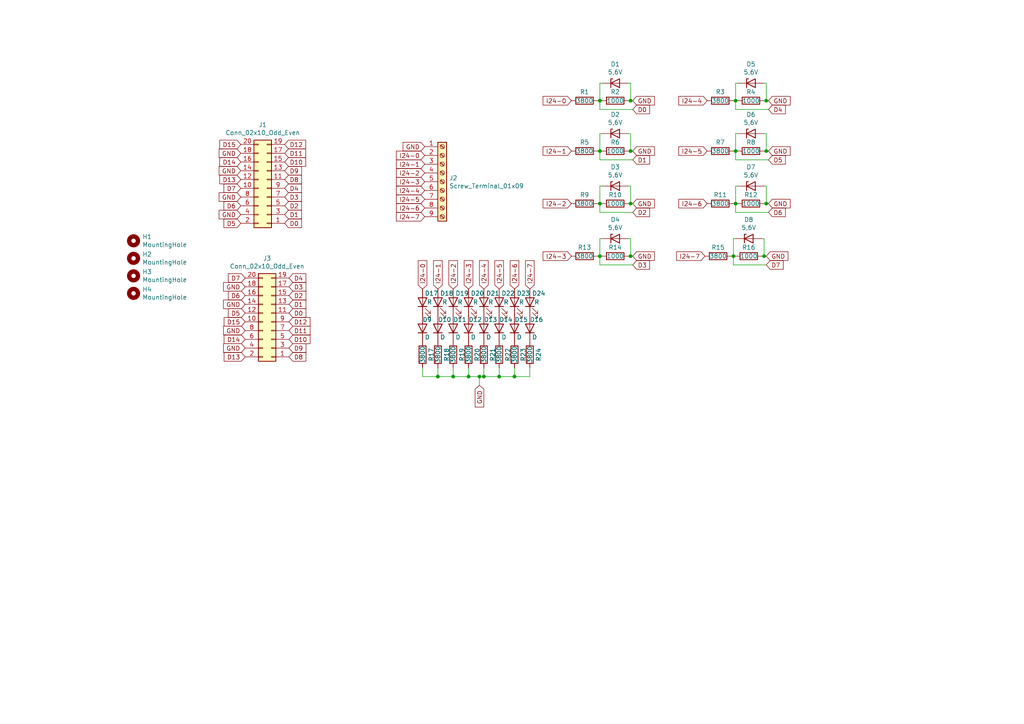
<source format=kicad_sch>
(kicad_sch (version 20211123) (generator eeschema)
  (paper "A4")
  (lib_symbols
    (symbol "Connector:Screw_Terminal_01x09" (pin_names (offset 1.016) hide)
      (property "Reference" "J" (at 0 12.7 0))
      (property "Value" "Screw_Terminal_01x09" (at 0 -12.7 0))
      (symbol "Screw_Terminal_01x09_1_1"
        (rectangle (start -1.27 11.43) (end 1.27 -11.43) (stroke (width 0.254)) (fill (type background)))
        (circle (center 0 -10.16) (radius 0.635) (stroke (width 0.1524)))
        (circle (center 0 -7.62) (radius 0.635) (stroke (width 0.1524)))
        (circle (center 0 -5.08) (radius 0.635) (stroke (width 0.1524)))
        (circle (center 0 -2.54) (radius 0.635) (stroke (width 0.1524)))
        (polyline (pts (xy -0.5334 -9.8298) (xy 0.3302 -10.668)) (stroke (width 0.1524)))
        (polyline (pts (xy -0.5334 -7.2898) (xy 0.3302 -8.128)) (stroke (width 0.1524)))
        (polyline (pts (xy -0.5334 -4.7498) (xy 0.3302 -5.588)) (stroke (width 0.1524)))
        (polyline (pts (xy -0.5334 -2.2098) (xy 0.3302 -3.048)) (stroke (width 0.1524)))
        (polyline (pts (xy -0.5334 0.3302) (xy 0.3302 -0.508)) (stroke (width 0.1524)))
        (polyline (pts (xy -0.5334 2.8702) (xy 0.3302 2.032)) (stroke (width 0.1524)))
        (polyline (pts (xy -0.5334 5.4102) (xy 0.3302 4.572)) (stroke (width 0.1524)))
        (polyline (pts (xy -0.5334 7.9502) (xy 0.3302 7.112)) (stroke (width 0.1524)))
        (polyline (pts (xy -0.5334 10.4902) (xy 0.3302 9.652)) (stroke (width 0.1524)))
        (polyline (pts (xy -0.3556 -9.652) (xy 0.508 -10.4902)) (stroke (width 0.1524)))
        (polyline (pts (xy -0.3556 -7.112) (xy 0.508 -7.9502)) (stroke (width 0.1524)))
        (polyline (pts (xy -0.3556 -4.572) (xy 0.508 -5.4102)) (stroke (width 0.1524)))
        (polyline (pts (xy -0.3556 -2.032) (xy 0.508 -2.8702)) (stroke (width 0.1524)))
        (polyline (pts (xy -0.3556 0.508) (xy 0.508 -0.3302)) (stroke (width 0.1524)))
        (polyline (pts (xy -0.3556 3.048) (xy 0.508 2.2098)) (stroke (width 0.1524)))
        (polyline (pts (xy -0.3556 5.588) (xy 0.508 4.7498)) (stroke (width 0.1524)))
        (polyline (pts (xy -0.3556 8.128) (xy 0.508 7.2898)) (stroke (width 0.1524)))
        (polyline (pts (xy -0.3556 10.668) (xy 0.508 9.8298)) (stroke (width 0.1524)))
        (circle (center 0 0) (radius 0.635) (stroke (width 0.1524)))
        (circle (center 0 2.54) (radius 0.635) (stroke (width 0.1524)))
        (circle (center 0 5.08) (radius 0.635) (stroke (width 0.1524)))
        (circle (center 0 7.62) (radius 0.635) (stroke (width 0.1524)))
        (circle (center 0 10.16) (radius 0.635) (stroke (width 0.1524)))
        (pin passive line (at -5.08 10.16 0) (length 3.81) (name "Pin_1") (number "1"))
        (pin passive line (at -5.08 7.62 0) (length 3.81) (name "Pin_2") (number "2"))
        (pin passive line (at -5.08 5.08 0) (length 3.81) (name "Pin_3") (number "3"))
        (pin passive line (at -5.08 2.54 0) (length 3.81) (name "Pin_4") (number "4"))
        (pin passive line (at -5.08 0 0) (length 3.81) (name "Pin_5") (number "5"))
        (pin passive line (at -5.08 -2.54 0) (length 3.81) (name "Pin_6") (number "6"))
        (pin passive line (at -5.08 -5.08 0) (length 3.81) (name "Pin_7") (number "7"))
        (pin passive line (at -5.08 -7.62 0) (length 3.81) (name "Pin_8") (number "8"))
        (pin passive line (at -5.08 -10.16 0) (length 3.81) (name "Pin_9") (number "9"))
      )
    )
    (symbol "Connector_Generic:Conn_02x10_Odd_Even" (pin_names (offset 1.016) hide)
      (property "Reference" "J" (at 1.27 12.7 0))
      (property "Value" "Conn_02x10_Odd_Even" (at 1.27 -15.24 0))
      (symbol "Conn_02x10_Odd_Even_1_1"
        (rectangle (start -1.27 -12.573) (end 0 -12.827) (stroke (width 0.1524)))
        (rectangle (start -1.27 -10.033) (end 0 -10.287) (stroke (width 0.1524)))
        (rectangle (start -1.27 -7.493) (end 0 -7.747) (stroke (width 0.1524)))
        (rectangle (start -1.27 -4.953) (end 0 -5.207) (stroke (width 0.1524)))
        (rectangle (start -1.27 -2.413) (end 0 -2.667) (stroke (width 0.1524)))
        (rectangle (start -1.27 0.127) (end 0 -0.127) (stroke (width 0.1524)))
        (rectangle (start -1.27 2.667) (end 0 2.413) (stroke (width 0.1524)))
        (rectangle (start -1.27 5.207) (end 0 4.953) (stroke (width 0.1524)))
        (rectangle (start -1.27 7.747) (end 0 7.493) (stroke (width 0.1524)))
        (rectangle (start -1.27 10.287) (end 0 10.033) (stroke (width 0.1524)))
        (rectangle (start -1.27 11.43) (end 3.81 -13.97) (stroke (width 0.254)) (fill (type background)))
        (rectangle (start 3.81 -12.573) (end 2.54 -12.827) (stroke (width 0.1524)))
        (rectangle (start 3.81 -10.033) (end 2.54 -10.287) (stroke (width 0.1524)))
        (rectangle (start 3.81 -7.493) (end 2.54 -7.747) (stroke (width 0.1524)))
        (rectangle (start 3.81 -4.953) (end 2.54 -5.207) (stroke (width 0.1524)))
        (rectangle (start 3.81 -2.413) (end 2.54 -2.667) (stroke (width 0.1524)))
        (rectangle (start 3.81 0.127) (end 2.54 -0.127) (stroke (width 0.1524)))
        (rectangle (start 3.81 2.667) (end 2.54 2.413) (stroke (width 0.1524)))
        (rectangle (start 3.81 5.207) (end 2.54 4.953) (stroke (width 0.1524)))
        (rectangle (start 3.81 7.747) (end 2.54 7.493) (stroke (width 0.1524)))
        (rectangle (start 3.81 10.287) (end 2.54 10.033) (stroke (width 0.1524)))
        (pin passive line (at -5.08 10.16 0) (length 3.81) (name "Pin_1") (number "1"))
        (pin passive line (at 7.62 0 180) (length 3.81) (name "Pin_10") (number "10"))
        (pin passive line (at -5.08 -2.54 0) (length 3.81) (name "Pin_11") (number "11"))
        (pin passive line (at 7.62 -2.54 180) (length 3.81) (name "Pin_12") (number "12"))
        (pin passive line (at -5.08 -5.08 0) (length 3.81) (name "Pin_13") (number "13"))
        (pin passive line (at 7.62 -5.08 180) (length 3.81) (name "Pin_14") (number "14"))
        (pin passive line (at -5.08 -7.62 0) (length 3.81) (name "Pin_15") (number "15"))
        (pin passive line (at 7.62 -7.62 180) (length 3.81) (name "Pin_16") (number "16"))
        (pin passive line (at -5.08 -10.16 0) (length 3.81) (name "Pin_17") (number "17"))
        (pin passive line (at 7.62 -10.16 180) (length 3.81) (name "Pin_18") (number "18"))
        (pin passive line (at -5.08 -12.7 0) (length 3.81) (name "Pin_19") (number "19"))
        (pin passive line (at 7.62 10.16 180) (length 3.81) (name "Pin_2") (number "2"))
        (pin passive line (at 7.62 -12.7 180) (length 3.81) (name "Pin_20") (number "20"))
        (pin passive line (at -5.08 7.62 0) (length 3.81) (name "Pin_3") (number "3"))
        (pin passive line (at 7.62 7.62 180) (length 3.81) (name "Pin_4") (number "4"))
        (pin passive line (at -5.08 5.08 0) (length 3.81) (name "Pin_5") (number "5"))
        (pin passive line (at 7.62 5.08 180) (length 3.81) (name "Pin_6") (number "6"))
        (pin passive line (at -5.08 2.54 0) (length 3.81) (name "Pin_7") (number "7"))
        (pin passive line (at 7.62 2.54 180) (length 3.81) (name "Pin_8") (number "8"))
        (pin passive line (at -5.08 0 0) (length 3.81) (name "Pin_9") (number "9"))
      )
    )
    (symbol "Device:D" (pin_numbers hide) (pin_names (offset 1.016) hide)
      (property "Reference" "D" (at 0 2.54 0))
      (property "Value" "D" (at 0 -2.54 0))
      (symbol "D_0_1"
        (polyline (pts (xy -1.27 1.27) (xy -1.27 -1.27)) (stroke (width 0.254)))
        (polyline (pts (xy 1.27 0) (xy -1.27 0)))
        (polyline (pts (xy 1.27 1.27) (xy 1.27 -1.27) (xy -1.27 0) (xy 1.27 1.27)) (stroke (width 0.254)))
      )
      (symbol "D_1_1"
        (pin passive line (at -3.81 0 0) (length 2.54) (name "K") (number "1"))
        (pin passive line (at 3.81 0 180) (length 2.54) (name "A") (number "2"))
      )
    )
    (symbol "Device:D_Zener" (pin_numbers hide) (pin_names (offset 1.016) hide)
      (property "Reference" "D" (at 0 2.54 0))
      (property "Value" "D_Zener" (at 0 -2.54 0))
      (symbol "D_Zener_0_1"
        (polyline (pts (xy 1.27 0) (xy -1.27 0)))
        (polyline (pts (xy -1.27 -1.27) (xy -1.27 1.27) (xy -0.762 1.27)) (stroke (width 0.254)))
        (polyline (pts (xy 1.27 -1.27) (xy 1.27 1.27) (xy -1.27 0) (xy 1.27 -1.27)) (stroke (width 0.254)))
      )
      (symbol "D_Zener_1_1"
        (pin passive line (at -3.81 0 0) (length 2.54) (name "K") (number "1"))
        (pin passive line (at 3.81 0 180) (length 2.54) (name "A") (number "2"))
      )
    )
    (symbol "Device:LED" (pin_numbers hide) (pin_names (offset 1.016) hide)
      (property "Reference" "D" (at 0 2.54 0))
      (property "Value" "LED" (at 0 -2.54 0))
      (symbol "LED_0_1"
        (polyline (pts (xy -1.27 -1.27) (xy -1.27 1.27)) (stroke (width 0.254)))
        (polyline (pts (xy -1.27 0) (xy 1.27 0)))
        (polyline (pts (xy 1.27 -1.27) (xy 1.27 1.27) (xy -1.27 0) (xy 1.27 -1.27)) (stroke (width 0.254)))
        (polyline (pts (xy -3.048 -0.762) (xy -4.572 -2.286) (xy -3.81 -2.286) (xy -4.572 -2.286) (xy -4.572 -1.524)))
        (polyline (pts (xy -1.778 -0.762) (xy -3.302 -2.286) (xy -2.54 -2.286) (xy -3.302 -2.286) (xy -3.302 -1.524)))
      )
      (symbol "LED_1_1"
        (pin passive line (at -3.81 0 0) (length 2.54) (name "K") (number "1"))
        (pin passive line (at 3.81 0 180) (length 2.54) (name "A") (number "2"))
      )
    )
    (symbol "Device:R" (pin_numbers hide) (pin_names (offset 0))
      (property "Reference" "R" (at 2.032 0 90))
      (property "Value" "R" (at 0 0 90))
      (symbol "R_0_1"
        (rectangle (start -1.016 -2.54) (end 1.016 2.54) (stroke (width 0.254)))
      )
      (symbol "R_1_1"
        (pin passive line (at 0 3.81 270) (length 1.27) (name "~") (number "1"))
        (pin passive line (at 0 -3.81 90) (length 1.27) (name "~") (number "2"))
      )
    )
    (symbol "Mechanical:MountingHole" (pin_names (offset 1.016))
      (property "Reference" "H" (at 0 5.08 0))
      (property "Value" "MountingHole" (at 0 3.175 0))
      (symbol "MountingHole_0_1"
        (circle (center 0 0) (radius 1.27) (stroke (width 1.27)))
      )
    )
  )
  (junction (at 173.99 29.21))
  (junction (at 131.445 109.22))
  (junction (at 135.89 109.22))
  (junction (at 222.25 29.21))
  (junction (at 173.99 74.295))
  (junction (at 182.88 29.21))
  (junction (at 212.725 74.295))
  (junction (at 173.99 59.055))
  (junction (at 182.88 74.295))
  (junction (at 127 109.22))
  (junction (at 221.615 74.295))
  (junction (at 140.335 109.22))
  (junction (at 173.99 43.815))
  (junction (at 182.88 59.055))
  (junction (at 213.36 59.055))
  (junction (at 222.25 59.055))
  (junction (at 213.36 29.21))
  (junction (at 222.25 43.815))
  (junction (at 182.88 43.815))
  (junction (at 149.225 109.22))
  (junction (at 144.78 109.22))
  (junction (at 139.065 109.22))
  (junction (at 213.36 43.815))
  (wire (pts (xy 182.245 74.295) (xy 182.88 74.295)))
  (wire (pts (xy 213.36 38.735) (xy 213.995 38.735)))
  (wire (pts (xy 222.25 29.21) (xy 222.885 29.21)))
  (wire (pts (xy 213.36 31.75) (xy 222.885 31.75)))
  (wire (pts (xy 212.725 76.835) (xy 222.25 76.835)))
  (wire (pts (xy 173.99 43.815) (xy 173.99 38.735)))
  (wire (pts (xy 182.245 43.815) (xy 182.88 43.815)))
  (wire (pts (xy 221.615 38.735) (xy 222.25 38.735)))
  (wire (pts (xy 173.355 29.21) (xy 173.99 29.21)))
  (wire (pts (xy 127 106.68) (xy 127 109.22)))
  (wire (pts (xy 213.36 46.355) (xy 222.885 46.355)))
  (wire (pts (xy 173.99 43.815) (xy 174.625 43.815)))
  (wire (pts (xy 140.335 109.22) (xy 144.78 109.22)))
  (wire (pts (xy 173.99 53.975) (xy 174.625 53.975)))
  (wire (pts (xy 213.36 29.21) (xy 213.36 24.13)))
  (wire (pts (xy 212.725 29.21) (xy 213.36 29.21)))
  (wire (pts (xy 173.99 29.21) (xy 173.99 31.75)))
  (wire (pts (xy 173.99 74.295) (xy 174.625 74.295)))
  (wire (pts (xy 173.99 74.295) (xy 173.99 69.215)))
  (wire (pts (xy 182.88 53.975) (xy 182.88 59.055)))
  (wire (pts (xy 213.36 61.595) (xy 222.885 61.595)))
  (wire (pts (xy 153.67 109.22) (xy 153.67 106.68)))
  (wire (pts (xy 182.245 38.735) (xy 182.88 38.735)))
  (wire (pts (xy 212.725 59.055) (xy 213.36 59.055)))
  (wire (pts (xy 173.355 59.055) (xy 173.99 59.055)))
  (wire (pts (xy 144.78 109.22) (xy 149.225 109.22)))
  (wire (pts (xy 222.25 43.815) (xy 222.885 43.815)))
  (wire (pts (xy 221.615 74.295) (xy 222.25 74.295)))
  (wire (pts (xy 212.725 74.295) (xy 212.725 76.835)))
  (wire (pts (xy 173.99 29.21) (xy 174.625 29.21)))
  (wire (pts (xy 212.09 74.295) (xy 212.725 74.295)))
  (wire (pts (xy 212.725 74.295) (xy 213.36 74.295)))
  (wire (pts (xy 213.36 43.815) (xy 213.36 38.735)))
  (wire (pts (xy 135.89 109.22) (xy 139.065 109.22)))
  (wire (pts (xy 131.445 109.22) (xy 135.89 109.22)))
  (wire (pts (xy 213.36 53.975) (xy 213.995 53.975)))
  (wire (pts (xy 182.88 59.055) (xy 183.515 59.055)))
  (wire (pts (xy 213.36 59.055) (xy 213.995 59.055)))
  (wire (pts (xy 173.99 46.355) (xy 183.515 46.355)))
  (wire (pts (xy 144.78 106.68) (xy 144.78 109.22)))
  (wire (pts (xy 222.25 38.735) (xy 222.25 43.815)))
  (wire (pts (xy 173.99 29.21) (xy 173.99 24.13)))
  (wire (pts (xy 173.99 61.595) (xy 183.515 61.595)))
  (wire (pts (xy 182.88 38.735) (xy 182.88 43.815)))
  (wire (pts (xy 222.25 53.975) (xy 222.25 59.055)))
  (wire (pts (xy 173.355 74.295) (xy 173.99 74.295)))
  (wire (pts (xy 122.555 106.68) (xy 122.555 109.22)))
  (wire (pts (xy 221.615 29.21) (xy 222.25 29.21)))
  (wire (pts (xy 221.615 59.055) (xy 222.25 59.055)))
  (wire (pts (xy 221.615 43.815) (xy 222.25 43.815)))
  (wire (pts (xy 139.065 109.22) (xy 140.335 109.22)))
  (wire (pts (xy 182.88 69.215) (xy 182.88 74.295)))
  (wire (pts (xy 139.065 111.76) (xy 139.065 109.22)))
  (wire (pts (xy 173.99 31.75) (xy 183.515 31.75)))
  (wire (pts (xy 221.615 53.975) (xy 222.25 53.975)))
  (wire (pts (xy 212.725 43.815) (xy 213.36 43.815)))
  (wire (pts (xy 213.36 43.815) (xy 213.995 43.815)))
  (wire (pts (xy 182.88 43.815) (xy 183.515 43.815)))
  (wire (pts (xy 182.245 29.21) (xy 182.88 29.21)))
  (wire (pts (xy 173.99 69.215) (xy 174.625 69.215)))
  (wire (pts (xy 213.36 59.055) (xy 213.36 53.975)))
  (wire (pts (xy 222.25 24.13) (xy 222.25 29.21)))
  (wire (pts (xy 213.36 29.21) (xy 213.36 31.75)))
  (wire (pts (xy 220.98 74.295) (xy 221.615 74.295)))
  (wire (pts (xy 213.36 43.815) (xy 213.36 46.355)))
  (wire (pts (xy 212.725 69.215) (xy 213.36 69.215)))
  (wire (pts (xy 173.355 43.815) (xy 173.99 43.815)))
  (wire (pts (xy 140.335 106.68) (xy 140.335 109.22)))
  (wire (pts (xy 182.245 24.13) (xy 182.88 24.13)))
  (wire (pts (xy 221.615 69.215) (xy 221.615 74.295)))
  (wire (pts (xy 213.36 29.21) (xy 213.995 29.21)))
  (wire (pts (xy 127 109.22) (xy 131.445 109.22)))
  (wire (pts (xy 173.99 38.735) (xy 174.625 38.735)))
  (wire (pts (xy 131.445 106.68) (xy 131.445 109.22)))
  (wire (pts (xy 173.99 76.835) (xy 183.515 76.835)))
  (wire (pts (xy 182.88 24.13) (xy 182.88 29.21)))
  (wire (pts (xy 222.25 59.055) (xy 222.885 59.055)))
  (wire (pts (xy 182.245 59.055) (xy 182.88 59.055)))
  (wire (pts (xy 182.88 74.295) (xy 183.515 74.295)))
  (wire (pts (xy 173.99 59.055) (xy 173.99 61.595)))
  (wire (pts (xy 173.99 59.055) (xy 173.99 53.975)))
  (wire (pts (xy 173.99 43.815) (xy 173.99 46.355)))
  (wire (pts (xy 173.99 24.13) (xy 174.625 24.13)))
  (wire (pts (xy 149.225 109.22) (xy 153.67 109.22)))
  (wire (pts (xy 213.36 24.13) (xy 213.995 24.13)))
  (wire (pts (xy 213.36 59.055) (xy 213.36 61.595)))
  (wire (pts (xy 122.555 109.22) (xy 127 109.22)))
  (wire (pts (xy 221.615 24.13) (xy 222.25 24.13)))
  (wire (pts (xy 182.88 29.21) (xy 183.515 29.21)))
  (wire (pts (xy 212.725 74.295) (xy 212.725 69.215)))
  (wire (pts (xy 173.99 74.295) (xy 173.99 76.835)))
  (wire (pts (xy 182.245 53.975) (xy 182.88 53.975)))
  (wire (pts (xy 173.99 59.055) (xy 174.625 59.055)))
  (wire (pts (xy 220.98 69.215) (xy 221.615 69.215)))
  (wire (pts (xy 182.245 69.215) (xy 182.88 69.215)))
  (wire (pts (xy 149.225 106.68) (xy 149.225 109.22)))
  (wire (pts (xy 135.89 106.68) (xy 135.89 109.22)))
  (global_label "D1" (shape input) (at 83.82 88.265 0) (property "Intersheet References" "${INTERSHEET_REFS}" (effects hide)))
  (global_label "D2" (shape input) (at 82.55 59.69 0) (property "Intersheet References" "${INTERSHEET_REFS}" (effects hide)))
  (global_label "I24-4" (shape input) (at 123.19 55.245 180) (property "Intersheet References" "${INTERSHEET_REFS}" (effects hide)))
  (global_label "D7" (shape input) (at 71.12 80.645 180) (property "Intersheet References" "${INTERSHEET_REFS}" (effects hide)))
  (global_label "D5" (shape input) (at 71.12 90.805 180) (property "Intersheet References" "${INTERSHEET_REFS}" (effects hide)))
  (global_label "D4" (shape input) (at 222.885 31.75 0) (property "Intersheet References" "${INTERSHEET_REFS}" (effects hide)))
  (global_label "D3" (shape input) (at 83.82 83.185 0) (property "Intersheet References" "${INTERSHEET_REFS}" (effects hide)))
  (global_label "GND" (shape input) (at 183.515 74.295 0) (property "Intersheet References" "${INTERSHEET_REFS}" (effects hide)))
  (global_label "GND" (shape input) (at 71.12 100.965 180) (property "Intersheet References" "${INTERSHEET_REFS}" (effects hide)))
  (global_label "I24-6" (shape input) (at 205.105 59.055 180) (property "Intersheet References" "${INTERSHEET_REFS}" (effects hide)))
  (global_label "I24-2" (shape input) (at 165.735 59.055 180) (property "Intersheet References" "${INTERSHEET_REFS}" (effects hide)))
  (global_label "D3" (shape input) (at 82.55 57.15 0) (property "Intersheet References" "${INTERSHEET_REFS}" (effects hide)))
  (global_label "I24-2" (shape input) (at 131.445 83.82 90) (property "Intersheet References" "${INTERSHEET_REFS}" (effects hide)))
  (global_label "I24-5" (shape input) (at 123.19 57.785 180) (property "Intersheet References" "${INTERSHEET_REFS}" (effects hide)))
  (global_label "GND" (shape input) (at 69.85 49.53 180) (property "Intersheet References" "${INTERSHEET_REFS}" (effects hide)))
  (global_label "GND" (shape input) (at 222.885 59.055 0) (property "Intersheet References" "${INTERSHEET_REFS}" (effects hide)))
  (global_label "D0" (shape input) (at 82.55 64.77 0) (property "Intersheet References" "${INTERSHEET_REFS}" (effects hide)))
  (global_label "I24-3" (shape input) (at 135.89 83.82 90) (property "Intersheet References" "${INTERSHEET_REFS}" (effects hide)))
  (global_label "GND" (shape input) (at 222.885 43.815 0) (property "Intersheet References" "${INTERSHEET_REFS}" (effects hide)))
  (global_label "D7" (shape input) (at 222.25 76.835 0) (property "Intersheet References" "${INTERSHEET_REFS}" (effects hide)))
  (global_label "D6" (shape input) (at 69.85 59.69 180) (property "Intersheet References" "${INTERSHEET_REFS}" (effects hide)))
  (global_label "I24-4" (shape input) (at 205.105 29.21 180) (property "Intersheet References" "${INTERSHEET_REFS}" (effects hide)))
  (global_label "D2" (shape input) (at 183.515 61.595 0) (property "Intersheet References" "${INTERSHEET_REFS}" (effects hide)))
  (global_label "D11" (shape input) (at 82.55 44.45 0) (property "Intersheet References" "${INTERSHEET_REFS}" (effects hide)))
  (global_label "GND" (shape input) (at 139.065 111.76 270) (property "Intersheet References" "${INTERSHEET_REFS}" (effects hide)))
  (global_label "I24-3" (shape input) (at 165.735 74.295 180) (property "Intersheet References" "${INTERSHEET_REFS}" (effects hide)))
  (global_label "I24-1" (shape input) (at 165.735 43.815 180) (property "Intersheet References" "${INTERSHEET_REFS}" (effects hide)))
  (global_label "GND" (shape input) (at 183.515 59.055 0) (property "Intersheet References" "${INTERSHEET_REFS}" (effects hide)))
  (global_label "I24-2" (shape input) (at 123.19 50.165 180) (property "Intersheet References" "${INTERSHEET_REFS}" (effects hide)))
  (global_label "I24-5" (shape input) (at 205.105 43.815 180) (property "Intersheet References" "${INTERSHEET_REFS}" (effects hide)))
  (global_label "D1" (shape input) (at 183.515 46.355 0) (property "Intersheet References" "${INTERSHEET_REFS}" (effects hide)))
  (global_label "I24-7" (shape input) (at 204.47 74.295 180) (property "Intersheet References" "${INTERSHEET_REFS}" (effects hide)))
  (global_label "D5" (shape input) (at 222.885 46.355 0) (property "Intersheet References" "${INTERSHEET_REFS}" (effects hide)))
  (global_label "GND" (shape input) (at 71.12 95.885 180) (property "Intersheet References" "${INTERSHEET_REFS}" (effects hide)))
  (global_label "D0" (shape input) (at 183.515 31.75 0) (property "Intersheet References" "${INTERSHEET_REFS}" (effects hide)))
  (global_label "D6" (shape input) (at 71.12 85.725 180) (property "Intersheet References" "${INTERSHEET_REFS}" (effects hide)))
  (global_label "D13" (shape input) (at 69.85 52.07 180) (property "Intersheet References" "${INTERSHEET_REFS}" (effects hide)))
  (global_label "I24-0" (shape input) (at 123.19 45.085 180) (property "Intersheet References" "${INTERSHEET_REFS}" (effects hide)))
  (global_label "D4" (shape input) (at 82.55 54.61 0) (property "Intersheet References" "${INTERSHEET_REFS}" (effects hide)))
  (global_label "D12" (shape input) (at 83.82 93.345 0) (property "Intersheet References" "${INTERSHEET_REFS}" (effects hide)))
  (global_label "I24-7" (shape input) (at 153.67 83.82 90) (property "Intersheet References" "${INTERSHEET_REFS}" (effects hide)))
  (global_label "GND" (shape input) (at 222.25 74.295 0) (property "Intersheet References" "${INTERSHEET_REFS}" (effects hide)))
  (global_label "D9" (shape input) (at 83.82 100.965 0) (property "Intersheet References" "${INTERSHEET_REFS}" (effects hide)))
  (global_label "I24-6" (shape input) (at 123.19 60.325 180) (property "Intersheet References" "${INTERSHEET_REFS}" (effects hide)))
  (global_label "GND" (shape input) (at 69.85 57.15 180) (property "Intersheet References" "${INTERSHEET_REFS}" (effects hide)))
  (global_label "D0" (shape input) (at 83.82 90.805 0) (property "Intersheet References" "${INTERSHEET_REFS}" (effects hide)))
  (global_label "I24-7" (shape input) (at 123.19 62.865 180) (property "Intersheet References" "${INTERSHEET_REFS}" (effects hide)))
  (global_label "D4" (shape input) (at 83.82 80.645 0) (property "Intersheet References" "${INTERSHEET_REFS}" (effects hide)))
  (global_label "D13" (shape input) (at 71.12 103.505 180) (property "Intersheet References" "${INTERSHEET_REFS}" (effects hide)))
  (global_label "I24-1" (shape input) (at 127 83.82 90) (property "Intersheet References" "${INTERSHEET_REFS}" (effects hide)))
  (global_label "I24-3" (shape input) (at 123.19 52.705 180) (property "Intersheet References" "${INTERSHEET_REFS}" (effects hide)))
  (global_label "D15" (shape input) (at 71.12 93.345 180) (property "Intersheet References" "${INTERSHEET_REFS}" (effects hide)))
  (global_label "D15" (shape input) (at 69.85 41.91 180) (property "Intersheet References" "${INTERSHEET_REFS}" (effects hide)))
  (global_label "D10" (shape input) (at 83.82 98.425 0) (property "Intersheet References" "${INTERSHEET_REFS}" (effects hide)))
  (global_label "I24-0" (shape input) (at 122.555 83.82 90) (property "Intersheet References" "${INTERSHEET_REFS}" (effects hide)))
  (global_label "D14" (shape input) (at 69.85 46.99 180) (property "Intersheet References" "${INTERSHEET_REFS}" (effects hide)))
  (global_label "D8" (shape input) (at 83.82 103.505 0) (property "Intersheet References" "${INTERSHEET_REFS}" (effects hide)))
  (global_label "I24-0" (shape input) (at 165.735 29.21 180) (property "Intersheet References" "${INTERSHEET_REFS}" (effects hide)))
  (global_label "I24-1" (shape input) (at 123.19 47.625 180) (property "Intersheet References" "${INTERSHEET_REFS}" (effects hide)))
  (global_label "D7" (shape input) (at 69.85 54.61 180) (property "Intersheet References" "${INTERSHEET_REFS}" (effects hide)))
  (global_label "D5" (shape input) (at 69.85 64.77 180) (property "Intersheet References" "${INTERSHEET_REFS}" (effects hide)))
  (global_label "GND" (shape input) (at 123.19 42.545 180) (property "Intersheet References" "${INTERSHEET_REFS}" (effects hide)))
  (global_label "I24-6" (shape input) (at 149.225 83.82 90) (property "Intersheet References" "${INTERSHEET_REFS}" (effects hide)))
  (global_label "D3" (shape input) (at 183.515 76.835 0) (property "Intersheet References" "${INTERSHEET_REFS}" (effects hide)))
  (global_label "I24-4" (shape input) (at 140.335 83.82 90) (property "Intersheet References" "${INTERSHEET_REFS}" (effects hide)))
  (global_label "D1" (shape input) (at 82.55 62.23 0) (property "Intersheet References" "${INTERSHEET_REFS}" (effects hide)))
  (global_label "GND" (shape input) (at 71.12 83.185 180) (property "Intersheet References" "${INTERSHEET_REFS}" (effects hide)))
  (global_label "D14" (shape input) (at 71.12 98.425 180) (property "Intersheet References" "${INTERSHEET_REFS}" (effects hide)))
  (global_label "GND" (shape input) (at 69.85 44.45 180) (property "Intersheet References" "${INTERSHEET_REFS}" (effects hide)))
  (global_label "D6" (shape input) (at 222.885 61.595 0) (property "Intersheet References" "${INTERSHEET_REFS}" (effects hide)))
  (global_label "D11" (shape input) (at 83.82 95.885 0) (property "Intersheet References" "${INTERSHEET_REFS}" (effects hide)))
  (global_label "I24-5" (shape input) (at 144.78 83.82 90) (property "Intersheet References" "${INTERSHEET_REFS}" (effects hide)))
  (global_label "D12" (shape input) (at 82.55 41.91 0) (property "Intersheet References" "${INTERSHEET_REFS}" (effects hide)))
  (global_label "D10" (shape input) (at 82.55 46.99 0) (property "Intersheet References" "${INTERSHEET_REFS}" (effects hide)))
  (global_label "GND" (shape input) (at 183.515 29.21 0) (property "Intersheet References" "${INTERSHEET_REFS}" (effects hide)))
  (global_label "GND" (shape input) (at 183.515 43.815 0) (property "Intersheet References" "${INTERSHEET_REFS}" (effects hide)))
  (global_label "D8" (shape input) (at 82.55 52.07 0) (property "Intersheet References" "${INTERSHEET_REFS}" (effects hide)))
  (global_label "GND" (shape input) (at 222.885 29.21 0) (property "Intersheet References" "${INTERSHEET_REFS}" (effects hide)))
  (global_label "GND" (shape input) (at 69.85 62.23 180) (property "Intersheet References" "${INTERSHEET_REFS}" (effects hide)))
  (global_label "D9" (shape input) (at 82.55 49.53 0) (property "Intersheet References" "${INTERSHEET_REFS}" (effects hide)))
  (global_label "D2" (shape input) (at 83.82 85.725 0) (property "Intersheet References" "${INTERSHEET_REFS}" (effects hide)))
  (global_label "GND" (shape input) (at 71.12 88.265 180) (property "Intersheet References" "${INTERSHEET_REFS}" (effects hide)))
  (symbol (lib_id "Connector_Generic:Conn_02x10_Odd_Even") (at 77.47 54.61 180) (unit 1)
    (property "Reference" "J1" (at 76.2 36.195 0))
    (property "Value" "Conn_02x10_Odd_Even" (at 76.2 38.5064 0))
    (property "Footprint" "Connector_IDC:IDC-Header_2x10_P2.54mm_Vertical" (effects hide))
  )
  (symbol (lib_id "Device:R") (at 169.545 29.21 270) (unit 1)
    (property "Reference" "R1" (at 169.545 26.67 90))
    (property "Value" "3800" (at 169.545 29.21 90))
    (property "Footprint" "Resistor_SMD:R_1812_4532Metric" (effects hide))
    (property "Datasheet" "1812W2J0472T4E" (effects hide))
    (property "LCSC" "C26069" (effects hide))
  )
  (symbol (lib_id "Device:R") (at 178.435 29.21 270) (unit 1)
    (property "Reference" "R2" (at 178.435 26.67 90))
    (property "Value" "1000" (at 178.435 29.21 90))
    (property "Footprint" "Resistor_SMD:R_1812_4532Metric" (effects hide))
    (property "Datasheet" "181207F1001T4E" (effects hide))
    (property "LCSC" "C21618" (effects hide))
  )
  (symbol (lib_id "Connector:Screw_Terminal_01x09") (at 128.27 52.705 0) (unit 1)
    (property "Reference" "J2" (at 130.302 51.6382 0) (effects (justify left)))
    (property "Value" "Screw_Terminal_01x09" (at 130.302 53.9496 0) (effects (justify left)))
    (property "Footprint" "Connector_Phoenix_MC:PhoenixContact_MCV_1,5_9-G-3.81_1x09_P3.81mm_Vertical" (effects hide))
  )
  (symbol (lib_id "Device:D_Zener") (at 178.435 24.13 0) (unit 1)
    (property "Reference" "D1" (at 178.435 18.6182 0))
    (property "Value" "5,6V" (at 178.435 20.9296 0))
    (property "Footprint" "Diode_SMD:D_MiniMELF" (effects hide))
    (property "Datasheet" "ZMM5V6" (effects hide))
    (property "LCSC" "C8062" (effects hide))
  )
  (symbol (lib_id "Device:R") (at 169.545 43.815 270) (unit 1)
    (property "Reference" "R5" (at 169.545 41.275 90))
    (property "Value" "3800" (at 169.545 43.815 90))
    (property "Footprint" "Resistor_SMD:R_1812_4532Metric" (effects hide))
    (property "Datasheet" "1812W2J0472T4E" (effects hide))
    (property "LCSC" "C26069" (effects hide))
  )
  (symbol (lib_id "Device:R") (at 178.435 43.815 270) (unit 1)
    (property "Reference" "R6" (at 178.435 41.275 90))
    (property "Value" "1000" (at 178.435 43.815 90))
    (property "Footprint" "Resistor_SMD:R_1812_4532Metric" (effects hide))
    (property "Datasheet" "181207F1001T4E" (effects hide))
    (property "LCSC" "C21618" (effects hide))
  )
  (symbol (lib_id "Device:D_Zener") (at 178.435 38.735 0) (unit 1)
    (property "Reference" "D2" (at 178.435 33.2232 0))
    (property "Value" "5,6V" (at 178.435 35.5346 0))
    (property "Footprint" "Diode_SMD:D_MiniMELF" (effects hide))
    (property "Datasheet" "ZMM5V6" (effects hide))
    (property "LCSC" "C8062" (effects hide))
  )
  (symbol (lib_id "Device:R") (at 169.545 59.055 270) (unit 1)
    (property "Reference" "R9" (at 169.545 56.515 90))
    (property "Value" "3800" (at 169.545 59.055 90))
    (property "Footprint" "Resistor_SMD:R_1812_4532Metric" (effects hide))
    (property "Datasheet" "1812W2J0472T4E" (effects hide))
    (property "LCSC" "C26069" (effects hide))
  )
  (symbol (lib_id "Device:R") (at 178.435 59.055 270) (unit 1)
    (property "Reference" "R10" (at 178.435 56.515 90))
    (property "Value" "1000" (at 178.435 59.055 90))
    (property "Footprint" "Resistor_SMD:R_1812_4532Metric" (effects hide))
    (property "Datasheet" "181207F1001T4E" (effects hide))
    (property "LCSC" "C21618" (effects hide))
  )
  (symbol (lib_id "Device:D_Zener") (at 178.435 53.975 0) (unit 1)
    (property "Reference" "D3" (at 178.435 48.4632 0))
    (property "Value" "5,6V" (at 178.435 50.7746 0))
    (property "Footprint" "Diode_SMD:D_MiniMELF" (effects hide))
    (property "Datasheet" "ZMM5V6" (effects hide))
    (property "LCSC" "C8062" (effects hide))
  )
  (symbol (lib_id "Device:R") (at 169.545 74.295 270) (unit 1)
    (property "Reference" "R13" (at 169.545 71.755 90))
    (property "Value" "3800" (at 169.545 74.295 90))
    (property "Footprint" "Resistor_SMD:R_1812_4532Metric" (effects hide))
    (property "Datasheet" "1812W2J0472T4E" (effects hide))
    (property "LCSC" "C26069" (effects hide))
  )
  (symbol (lib_id "Device:R") (at 178.435 74.295 270) (unit 1)
    (property "Reference" "R14" (at 178.435 71.755 90))
    (property "Value" "1000" (at 178.435 74.295 90))
    (property "Footprint" "Resistor_SMD:R_1812_4532Metric" (effects hide))
    (property "Datasheet" "181207F1001T4E" (effects hide))
    (property "LCSC" "C21618" (effects hide))
  )
  (symbol (lib_id "Device:D_Zener") (at 178.435 69.215 0) (unit 1)
    (property "Reference" "D4" (at 178.435 63.7032 0))
    (property "Value" "5,6V" (at 178.435 66.0146 0))
    (property "Footprint" "Diode_SMD:D_MiniMELF" (effects hide))
    (property "Datasheet" "ZMM5V6" (effects hide))
    (property "LCSC" "C8062" (effects hide))
  )
  (symbol (lib_id "Device:R") (at 208.915 29.21 270) (unit 1)
    (property "Reference" "R3" (at 208.915 26.67 90))
    (property "Value" "3800" (at 208.915 29.21 90))
    (property "Footprint" "Resistor_SMD:R_1812_4532Metric" (effects hide))
    (property "Datasheet" "1812W2J0472T4E" (effects hide))
    (property "LCSC" "C26069" (effects hide))
  )
  (symbol (lib_id "Device:R") (at 217.805 29.21 270) (unit 1)
    (property "Reference" "R4" (at 217.805 26.67 90))
    (property "Value" "1000" (at 217.805 29.21 90))
    (property "Footprint" "Resistor_SMD:R_1812_4532Metric" (effects hide))
    (property "Datasheet" "181207F1001T4E" (effects hide))
    (property "LCSC" "C21618" (effects hide))
  )
  (symbol (lib_id "Device:D_Zener") (at 217.805 24.13 0) (unit 1)
    (property "Reference" "D5" (at 217.805 18.6182 0))
    (property "Value" "5,6V" (at 217.805 20.9296 0))
    (property "Footprint" "Diode_SMD:D_MiniMELF" (effects hide))
    (property "Datasheet" "ZMM5V6" (effects hide))
    (property "LCSC" "C8062" (effects hide))
  )
  (symbol (lib_id "Device:R") (at 208.915 43.815 270) (unit 1)
    (property "Reference" "R7" (at 208.915 41.275 90))
    (property "Value" "3800" (at 208.915 43.815 90))
    (property "Footprint" "Resistor_SMD:R_1812_4532Metric" (effects hide))
    (property "Datasheet" "1812W2J0472T4E" (effects hide))
    (property "LCSC" "C26069" (effects hide))
  )
  (symbol (lib_id "Device:R") (at 217.805 43.815 270) (unit 1)
    (property "Reference" "R8" (at 217.805 41.275 90))
    (property "Value" "1000" (at 217.805 43.815 90))
    (property "Footprint" "Resistor_SMD:R_1812_4532Metric" (effects hide))
    (property "Datasheet" "181207F1001T4E" (effects hide))
    (property "LCSC" "C21618" (effects hide))
  )
  (symbol (lib_id "Device:D_Zener") (at 217.805 38.735 0) (unit 1)
    (property "Reference" "D6" (at 217.805 33.2232 0))
    (property "Value" "5,6V" (at 217.805 35.5346 0))
    (property "Footprint" "Diode_SMD:D_MiniMELF" (effects hide))
    (property "Datasheet" "ZMM5V6" (effects hide))
    (property "LCSC" "C8062" (effects hide))
  )
  (symbol (lib_id "Device:R") (at 208.915 59.055 270) (unit 1)
    (property "Reference" "R11" (at 208.915 56.515 90))
    (property "Value" "3800" (at 208.915 59.055 90))
    (property "Footprint" "Resistor_SMD:R_1812_4532Metric" (effects hide))
    (property "Datasheet" "1812W2J0472T4E" (effects hide))
    (property "LCSC" "C26069" (effects hide))
  )
  (symbol (lib_id "Device:R") (at 217.805 59.055 270) (unit 1)
    (property "Reference" "R12" (at 217.805 56.515 90))
    (property "Value" "1000" (at 217.805 59.055 90))
    (property "Footprint" "Resistor_SMD:R_1812_4532Metric" (effects hide))
    (property "Datasheet" "181207F1001T4E" (effects hide))
    (property "LCSC" "C21618" (effects hide))
  )
  (symbol (lib_id "Device:D_Zener") (at 217.805 53.975 0) (unit 1)
    (property "Reference" "D7" (at 217.805 48.4632 0))
    (property "Value" "5,6V" (at 217.805 50.7746 0))
    (property "Footprint" "Diode_SMD:D_MiniMELF" (effects hide))
    (property "Datasheet" "ZMM5V6" (effects hide))
    (property "LCSC" "C8062" (effects hide))
  )
  (symbol (lib_id "Device:R") (at 208.28 74.295 270) (unit 1)
    (property "Reference" "R15" (at 208.28 71.755 90))
    (property "Value" "3800" (at 208.28 74.295 90))
    (property "Footprint" "Resistor_SMD:R_1812_4532Metric" (effects hide))
    (property "Datasheet" "1812W2J0472T4E" (effects hide))
    (property "LCSC" "C26069" (effects hide))
  )
  (symbol (lib_id "Device:R") (at 217.17 74.295 270) (unit 1)
    (property "Reference" "R16" (at 217.17 71.755 90))
    (property "Value" "1000" (at 217.17 74.295 90))
    (property "Footprint" "Resistor_SMD:R_1812_4532Metric" (effects hide))
    (property "Datasheet" "181207F1001T4E" (effects hide))
    (property "LCSC" "C21618" (effects hide))
  )
  (symbol (lib_id "Device:D_Zener") (at 217.17 69.215 0) (unit 1)
    (property "Reference" "D8" (at 217.17 63.7032 0))
    (property "Value" "5,6V" (at 217.17 66.0146 0))
    (property "Footprint" "Diode_SMD:D_MiniMELF" (effects hide))
    (property "Datasheet" "ZMM5V6" (effects hide))
    (property "LCSC" "C8062" (effects hide))
  )
  (symbol (lib_id "Device:LED") (at 122.555 87.63 90) (unit 1)
    (property "Reference" "D17" (at 123.19 85.09 90) (effects (justify right)))
    (property "Value" "R" (at 123.825 87.63 90) (effects (justify right)))
    (property "Footprint" "Diode_SMD:D_0805_2012Metric" (effects hide))
    (property "Datasheet" "FC-2012HRK-620D" (effects hide))
    (property "LCSC" "C84256" (effects hide))
  )
  (symbol (lib_id "Device:LED") (at 127 87.63 90) (unit 1)
    (property "Reference" "D18" (at 127.635 85.09 90) (effects (justify right)))
    (property "Value" "R" (at 128.27 87.63 90) (effects (justify right)))
    (property "Footprint" "Diode_SMD:D_0805_2012Metric" (effects hide))
    (property "Datasheet" "FC-2012HRK-620D" (effects hide))
    (property "LCSC" "C84256" (effects hide))
  )
  (symbol (lib_id "Device:LED") (at 131.445 87.63 90) (unit 1)
    (property "Reference" "D19" (at 132.08 85.09 90) (effects (justify right)))
    (property "Value" "R" (at 132.715 87.63 90) (effects (justify right)))
    (property "Footprint" "Diode_SMD:D_0805_2012Metric" (effects hide))
    (property "Datasheet" "FC-2012HRK-620D" (effects hide))
    (property "LCSC" "C84256" (effects hide))
  )
  (symbol (lib_id "Device:LED") (at 135.89 87.63 90) (unit 1)
    (property "Reference" "D20" (at 136.525 85.09 90) (effects (justify right)))
    (property "Value" "R" (at 137.16 87.63 90) (effects (justify right)))
    (property "Footprint" "Diode_SMD:D_0805_2012Metric" (effects hide))
    (property "Datasheet" "FC-2012HRK-620D" (effects hide))
    (property "LCSC" "C84256" (effects hide))
  )
  (symbol (lib_id "Device:LED") (at 140.335 87.63 90) (unit 1)
    (property "Reference" "D21" (at 140.97 85.09 90) (effects (justify right)))
    (property "Value" "R" (at 141.605 87.63 90) (effects (justify right)))
    (property "Footprint" "Diode_SMD:D_0805_2012Metric" (effects hide))
    (property "Datasheet" "FC-2012HRK-620D" (effects hide))
    (property "LCSC" "C84256" (effects hide))
  )
  (symbol (lib_id "Device:LED") (at 144.78 87.63 90) (unit 1)
    (property "Reference" "D22" (at 145.415 85.09 90) (effects (justify right)))
    (property "Value" "R" (at 146.05 87.63 90) (effects (justify right)))
    (property "Footprint" "Diode_SMD:D_0805_2012Metric" (effects hide))
    (property "Datasheet" "FC-2012HRK-620D" (effects hide))
    (property "LCSC" "C84256" (effects hide))
  )
  (symbol (lib_id "Device:LED") (at 149.225 87.63 90) (unit 1)
    (property "Reference" "D23" (at 149.86 85.09 90) (effects (justify right)))
    (property "Value" "R" (at 150.495 87.63 90) (effects (justify right)))
    (property "Footprint" "Diode_SMD:D_0805_2012Metric" (effects hide))
    (property "Datasheet" "FC-2012HRK-620D" (effects hide))
    (property "LCSC" "C84256" (effects hide))
  )
  (symbol (lib_id "Device:LED") (at 153.67 87.63 90) (unit 1)
    (property "Reference" "D24" (at 154.305 85.09 90) (effects (justify right)))
    (property "Value" "R" (at 154.94 87.63 90) (effects (justify right)))
    (property "Footprint" "Diode_SMD:D_0805_2012Metric" (effects hide))
    (property "Datasheet" "FC-2012HRK-620D" (effects hide))
    (property "LCSC" "C84256" (effects hide))
  )
  (symbol (lib_id "Device:R") (at 122.555 102.87 180) (unit 1)
    (property "Reference" "R17" (at 125.095 102.87 90))
    (property "Value" "3800" (at 122.555 102.87 90))
    (property "Footprint" "Resistor_SMD:R_1812_4532Metric" (effects hide))
    (property "Datasheet" "1812W2J0472T4E" (effects hide))
    (property "LCSC" "C26069" (effects hide))
  )
  (symbol (lib_id "Device:R") (at 127 102.87 180) (unit 1)
    (property "Reference" "R18" (at 129.54 102.87 90))
    (property "Value" "3800" (at 127 102.87 90))
    (property "Footprint" "Resistor_SMD:R_1812_4532Metric" (effects hide))
    (property "Datasheet" "1812W2J0472T4E" (effects hide))
    (property "LCSC" "C26069" (effects hide))
  )
  (symbol (lib_id "Device:R") (at 131.445 102.87 180) (unit 1)
    (property "Reference" "R19" (at 133.985 102.87 90))
    (property "Value" "3800" (at 131.445 102.87 90))
    (property "Footprint" "Resistor_SMD:R_1812_4532Metric" (effects hide))
    (property "Datasheet" "1812W2J0472T4E" (effects hide))
    (property "LCSC" "C26069" (effects hide))
  )
  (symbol (lib_id "Device:R") (at 135.89 102.87 180) (unit 1)
    (property "Reference" "R20" (at 138.43 102.87 90))
    (property "Value" "3800" (at 135.89 102.87 90))
    (property "Footprint" "Resistor_SMD:R_1812_4532Metric" (effects hide))
    (property "Datasheet" "1812W2J0472T4E" (effects hide))
    (property "LCSC" "C26069" (effects hide))
  )
  (symbol (lib_id "Device:R") (at 140.335 102.87 180) (unit 1)
    (property "Reference" "R21" (at 142.875 102.87 90))
    (property "Value" "3800" (at 140.335 102.87 90))
    (property "Footprint" "Resistor_SMD:R_1812_4532Metric" (effects hide))
    (property "Datasheet" "1812W2J0472T4E" (effects hide))
    (property "LCSC" "C26069" (effects hide))
  )
  (symbol (lib_id "Device:R") (at 144.78 102.87 180) (unit 1)
    (property "Reference" "R22" (at 147.32 102.87 90))
    (property "Value" "3800" (at 144.78 102.87 90))
    (property "Footprint" "Resistor_SMD:R_1812_4532Metric" (effects hide))
    (property "Datasheet" "1812W2J0472T4E" (effects hide))
    (property "LCSC" "C26069" (effects hide))
  )
  (symbol (lib_id "Device:R") (at 149.225 102.87 180) (unit 1)
    (property "Reference" "R23" (at 151.765 102.87 90))
    (property "Value" "3800" (at 149.225 102.87 90))
    (property "Footprint" "Resistor_SMD:R_1812_4532Metric" (effects hide))
    (property "Datasheet" "1812W2J0472T4E" (effects hide))
    (property "LCSC" "C26069" (effects hide))
  )
  (symbol (lib_id "Device:R") (at 153.67 102.87 180) (unit 1)
    (property "Reference" "R24" (at 156.21 102.87 90))
    (property "Value" "3800" (at 153.67 102.87 90))
    (property "Footprint" "Resistor_SMD:R_1812_4532Metric" (effects hide))
    (property "Datasheet" "1812W2J0472T4E" (effects hide))
    (property "LCSC" "C26069" (effects hide))
  )
  (symbol (lib_id "Device:D") (at 122.555 95.25 90) (unit 1)
    (property "Reference" "D9" (at 122.555 92.71 90) (effects (justify right)))
    (property "Value" "D" (at 123.19 97.79 90) (effects (justify right)))
    (property "Footprint" "Diode_SMD:D_SOD-123F" (effects hide))
    (property "Datasheet" "SM4007PL" (effects hide))
    (property "LCSC" "C64898" (effects hide))
  )
  (symbol (lib_id "Device:D") (at 127 95.25 90) (unit 1)
    (property "Reference" "D10" (at 127 92.71 90) (effects (justify right)))
    (property "Value" "D" (at 127.635 97.79 90) (effects (justify right)))
    (property "Footprint" "Diode_SMD:D_SOD-123F" (effects hide))
    (property "Datasheet" "SM4007PL" (effects hide))
    (property "LCSC" "C64898" (effects hide))
  )
  (symbol (lib_id "Device:D") (at 131.445 95.25 90) (unit 1)
    (property "Reference" "D11" (at 131.445 92.71 90) (effects (justify right)))
    (property "Value" "D" (at 132.08 97.79 90) (effects (justify right)))
    (property "Footprint" "Diode_SMD:D_SOD-123F" (effects hide))
    (property "Datasheet" "SM4007PL" (effects hide))
    (property "LCSC" "C64898" (effects hide))
  )
  (symbol (lib_id "Device:D") (at 135.89 95.25 90) (unit 1)
    (property "Reference" "D12" (at 135.89 92.71 90) (effects (justify right)))
    (property "Value" "D" (at 136.525 97.79 90) (effects (justify right)))
    (property "Footprint" "Diode_SMD:D_SOD-123F" (effects hide))
    (property "Datasheet" "SM4007PL" (effects hide))
    (property "LCSC" "C64898" (effects hide))
  )
  (symbol (lib_id "Device:D") (at 140.335 95.25 90) (unit 1)
    (property "Reference" "D13" (at 140.335 92.71 90) (effects (justify right)))
    (property "Value" "D" (at 140.97 97.79 90) (effects (justify right)))
    (property "Footprint" "Diode_SMD:D_SOD-123F" (effects hide))
    (property "Datasheet" "SM4007PL" (effects hide))
    (property "LCSC" "C64898" (effects hide))
  )
  (symbol (lib_id "Device:D") (at 144.78 95.25 90) (unit 1)
    (property "Reference" "D14" (at 144.78 92.71 90) (effects (justify right)))
    (property "Value" "D" (at 145.415 97.79 90) (effects (justify right)))
    (property "Footprint" "Diode_SMD:D_SOD-123F" (effects hide))
    (property "Datasheet" "SM4007PL" (effects hide))
    (property "LCSC" "C64898" (effects hide))
  )
  (symbol (lib_id "Device:D") (at 149.225 95.25 90) (unit 1)
    (property "Reference" "D15" (at 149.225 92.71 90) (effects (justify right)))
    (property "Value" "D" (at 149.86 97.79 90) (effects (justify right)))
    (property "Footprint" "Diode_SMD:D_SOD-123F" (effects hide))
    (property "Datasheet" "SM4007PL" (effects hide))
    (property "LCSC" "C64898" (effects hide))
  )
  (symbol (lib_id "Device:D") (at 153.67 95.25 90) (unit 1)
    (property "Reference" "D16" (at 153.67 92.71 90) (effects (justify right)))
    (property "Value" "D" (at 154.305 97.79 90) (effects (justify right)))
    (property "Footprint" "Diode_SMD:D_SOD-123F" (effects hide))
    (property "Datasheet" "SM4007PL" (effects hide))
    (property "LCSC" "C64898" (effects hide))
  )
  (symbol (lib_id "Connector_Generic:Conn_02x10_Odd_Even") (at 78.74 93.345 180) (unit 1)
    (property "Reference" "J3" (at 77.47 74.93 0))
    (property "Value" "Conn_02x10_Odd_Even" (at 77.47 77.2414 0))
    (property "Footprint" "Connector_IDC:IDC-Header_2x10_P2.54mm_Vertical" (effects hide))
  )
  (symbol (lib_id "Mechanical:MountingHole") (at 38.735 69.85 0) (unit 1)
    (property "Reference" "H1" (at 41.275 68.6816 0) (effects (justify left)))
    (property "Value" "MountingHole" (at 41.275 70.993 0) (effects (justify left)))
    (property "Footprint" "MountingHole:MountingHole_3.2mm_M3" (effects hide))
  )
  (symbol (lib_id "Mechanical:MountingHole") (at 38.735 74.93 0) (unit 1)
    (property "Reference" "H2" (at 41.275 73.7616 0) (effects (justify left)))
    (property "Value" "MountingHole" (at 41.275 76.073 0) (effects (justify left)))
    (property "Footprint" "MountingHole:MountingHole_3.2mm_M3" (effects hide))
  )
  (symbol (lib_id "Mechanical:MountingHole") (at 38.735 80.01 0) (unit 1)
    (property "Reference" "H3" (at 41.275 78.8416 0) (effects (justify left)))
    (property "Value" "MountingHole" (at 41.275 81.153 0) (effects (justify left)))
    (property "Footprint" "MountingHole:MountingHole_3.2mm_M3" (effects hide))
  )
  (symbol (lib_id "Mechanical:MountingHole") (at 38.735 85.09 0) (unit 1)
    (property "Reference" "H4" (at 41.275 83.9216 0) (effects (justify left)))
    (property "Value" "MountingHole" (at 41.275 86.233 0) (effects (justify left)))
    (property "Footprint" "MountingHole:MountingHole_3.2mm_M3" (effects hide))
  )
)
</source>
